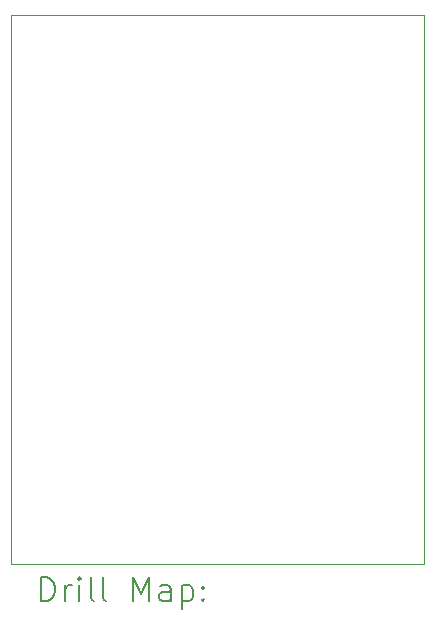
<source format=gbr>
%TF.GenerationSoftware,KiCad,Pcbnew,8.0.6*%
%TF.CreationDate,2024-10-28T18:17:31-04:00*%
%TF.ProjectId,polulu_motor,706f6c75-6c75-45f6-9d6f-746f722e6b69,rev?*%
%TF.SameCoordinates,Original*%
%TF.FileFunction,Drillmap*%
%TF.FilePolarity,Positive*%
%FSLAX45Y45*%
G04 Gerber Fmt 4.5, Leading zero omitted, Abs format (unit mm)*
G04 Created by KiCad (PCBNEW 8.0.6) date 2024-10-28 18:17:31*
%MOMM*%
%LPD*%
G01*
G04 APERTURE LIST*
%ADD10C,0.050000*%
%ADD11C,0.200000*%
G04 APERTURE END LIST*
D10*
X11550000Y-4550000D02*
X15050000Y-4550000D01*
X15050000Y-9200000D01*
X11550000Y-9200000D01*
X11550000Y-4550000D01*
D11*
X11808277Y-9513984D02*
X11808277Y-9313984D01*
X11808277Y-9313984D02*
X11855896Y-9313984D01*
X11855896Y-9313984D02*
X11884467Y-9323508D01*
X11884467Y-9323508D02*
X11903515Y-9342555D01*
X11903515Y-9342555D02*
X11913039Y-9361603D01*
X11913039Y-9361603D02*
X11922562Y-9399698D01*
X11922562Y-9399698D02*
X11922562Y-9428270D01*
X11922562Y-9428270D02*
X11913039Y-9466365D01*
X11913039Y-9466365D02*
X11903515Y-9485412D01*
X11903515Y-9485412D02*
X11884467Y-9504460D01*
X11884467Y-9504460D02*
X11855896Y-9513984D01*
X11855896Y-9513984D02*
X11808277Y-9513984D01*
X12008277Y-9513984D02*
X12008277Y-9380650D01*
X12008277Y-9418746D02*
X12017801Y-9399698D01*
X12017801Y-9399698D02*
X12027324Y-9390174D01*
X12027324Y-9390174D02*
X12046372Y-9380650D01*
X12046372Y-9380650D02*
X12065420Y-9380650D01*
X12132086Y-9513984D02*
X12132086Y-9380650D01*
X12132086Y-9313984D02*
X12122562Y-9323508D01*
X12122562Y-9323508D02*
X12132086Y-9333031D01*
X12132086Y-9333031D02*
X12141610Y-9323508D01*
X12141610Y-9323508D02*
X12132086Y-9313984D01*
X12132086Y-9313984D02*
X12132086Y-9333031D01*
X12255896Y-9513984D02*
X12236848Y-9504460D01*
X12236848Y-9504460D02*
X12227324Y-9485412D01*
X12227324Y-9485412D02*
X12227324Y-9313984D01*
X12360658Y-9513984D02*
X12341610Y-9504460D01*
X12341610Y-9504460D02*
X12332086Y-9485412D01*
X12332086Y-9485412D02*
X12332086Y-9313984D01*
X12589229Y-9513984D02*
X12589229Y-9313984D01*
X12589229Y-9313984D02*
X12655896Y-9456841D01*
X12655896Y-9456841D02*
X12722562Y-9313984D01*
X12722562Y-9313984D02*
X12722562Y-9513984D01*
X12903515Y-9513984D02*
X12903515Y-9409222D01*
X12903515Y-9409222D02*
X12893991Y-9390174D01*
X12893991Y-9390174D02*
X12874943Y-9380650D01*
X12874943Y-9380650D02*
X12836848Y-9380650D01*
X12836848Y-9380650D02*
X12817801Y-9390174D01*
X12903515Y-9504460D02*
X12884467Y-9513984D01*
X12884467Y-9513984D02*
X12836848Y-9513984D01*
X12836848Y-9513984D02*
X12817801Y-9504460D01*
X12817801Y-9504460D02*
X12808277Y-9485412D01*
X12808277Y-9485412D02*
X12808277Y-9466365D01*
X12808277Y-9466365D02*
X12817801Y-9447317D01*
X12817801Y-9447317D02*
X12836848Y-9437793D01*
X12836848Y-9437793D02*
X12884467Y-9437793D01*
X12884467Y-9437793D02*
X12903515Y-9428270D01*
X12998753Y-9380650D02*
X12998753Y-9580650D01*
X12998753Y-9390174D02*
X13017801Y-9380650D01*
X13017801Y-9380650D02*
X13055896Y-9380650D01*
X13055896Y-9380650D02*
X13074943Y-9390174D01*
X13074943Y-9390174D02*
X13084467Y-9399698D01*
X13084467Y-9399698D02*
X13093991Y-9418746D01*
X13093991Y-9418746D02*
X13093991Y-9475889D01*
X13093991Y-9475889D02*
X13084467Y-9494936D01*
X13084467Y-9494936D02*
X13074943Y-9504460D01*
X13074943Y-9504460D02*
X13055896Y-9513984D01*
X13055896Y-9513984D02*
X13017801Y-9513984D01*
X13017801Y-9513984D02*
X12998753Y-9504460D01*
X13179705Y-9494936D02*
X13189229Y-9504460D01*
X13189229Y-9504460D02*
X13179705Y-9513984D01*
X13179705Y-9513984D02*
X13170182Y-9504460D01*
X13170182Y-9504460D02*
X13179705Y-9494936D01*
X13179705Y-9494936D02*
X13179705Y-9513984D01*
X13179705Y-9390174D02*
X13189229Y-9399698D01*
X13189229Y-9399698D02*
X13179705Y-9409222D01*
X13179705Y-9409222D02*
X13170182Y-9399698D01*
X13170182Y-9399698D02*
X13179705Y-9390174D01*
X13179705Y-9390174D02*
X13179705Y-9409222D01*
M02*

</source>
